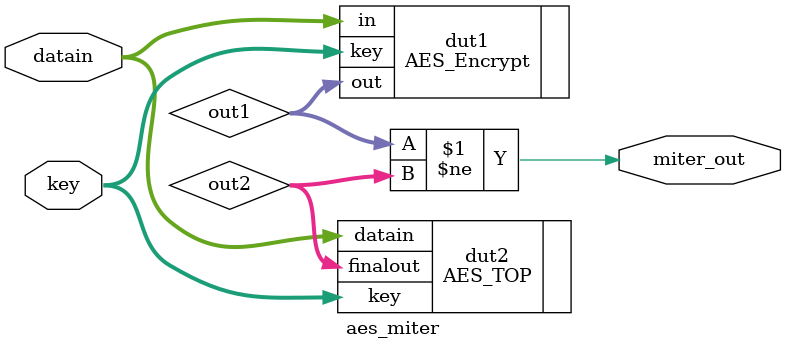
<source format=v>
`include "AES-128-Bit-Verilog/AES_TOP.v"
`include "AES-Verilog/AES_Encrypt.v"

module aes_miter(
    input [127:0] datain,
    input [127:0] key,
    output miter_out
);

    wire [127:0] out1;
    wire [127:0] out2;

    AES_Encrypt #(
        .N(128),
        .Nr(10),
        .Nk(4)
    ) dut1 (
        .in(datain),
        .key(key),
        .out(out1)
    );

    AES_TOP dut2 (
        .finalout(out2),
        .datain(datain),
        .key(key)
    );

    assign miter_out = out1 != out2; 

endmodule
</source>
